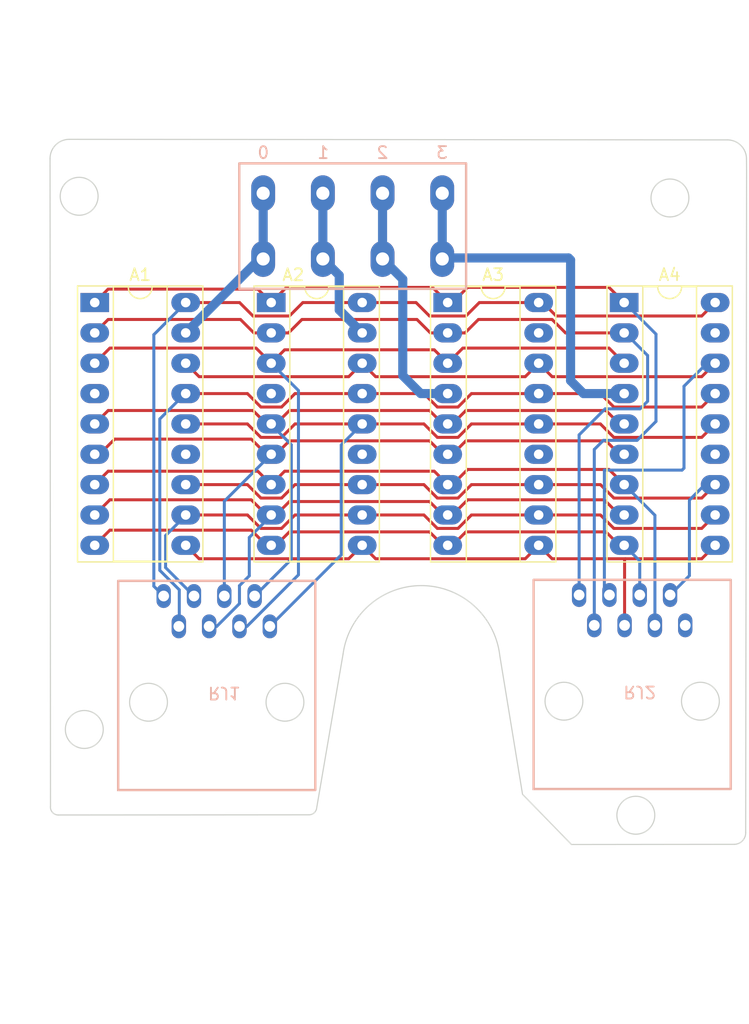
<source format=kicad_pcb>
(kicad_pcb (version 20211014) (generator pcbnew)
  (layers (0 "F.Cu" signal) (31 "B.Cu" signal) (34 "B.Paste" user) (35 "F.Paste" user) (36 "B.SilkS" user "B.Silkscreen") (37 "F.SilkS" user "F.Silkscreen") (38 "B.Mask" user) (39 "F.Mask" user) (44 "Edge.Cuts" user))
  (net 0 "")
  (net 1 "Net-(A1-Pad1)")
  (net 2 "Net-(A1-Pad2)")
  (net 3 "Net-(A1-Pad3)")
  (net 5 "Net-(A1-Pad5)")
  (net 13 "Net-(A1-Pad6)")
  (net 14 "Net-(A1-Pad7)")
  (net 15 "Net-(A1-Pad8)")
  (net 16 "Net-(A1-Pad9)")
  (net 17 "Net-(A1-Pad10)")
  (net 18 "Net-(A1-Pad11)")
  (net 19 "Net-(A1-Pad12)")
  (net 20 "Net-(A1-Pad14)")
  (net 21 "Net-(A1-Pad15)")
  (net 22 "Net-(A1-Pad16)")
  (net 23 "Net-(A1-Pad17)")
  (net 24 "Net-(A1-Pad18)")
  (net 25 "Net-(A2-Pad17)")
  (net 26 "Net-(A3-Pad4)")
  (net 27 "Net-(A4-Pad4)")
  (footprint "Package_DIP:DIP-18_W7.62mm_Socket_LongPads" (layer "F.Cu") (at 103.4796 127)
    (fp_text reference "A2" (at 1.851003 -2.321151) (layer "F.SilkS"))
    (fp_text value "Conn_02x09_Counter_Clockwise" hide)
    (fp_line (start 9.06 21.71) (end 9.06 -1.39) (layer "F.SilkS") (width 0.12))
    (fp_line (start 1.56 21.65) (end 6.06 21.65) (layer "F.SilkS") (width 0.12))
    (fp_line (start 6.06 -1.33) (end 4.81 -1.33) (layer "F.SilkS") (width 0.12))
    (fp_line (start 1.56 -1.33) (end 1.56 21.65) (layer "F.SilkS") (width 0.12))
    (fp_line (start 9.06 -1.39) (end -1.44 -1.39) (layer "F.SilkS") (width 0.12))
    (fp_line (start -1.44 21.71) (end 9.06 21.71) (layer "F.SilkS") (width 0.12))
    (fp_line (start 2.81 -1.33) (end 1.56 -1.33) (layer "F.SilkS") (width 0.12))
    (fp_line (start -1.44 -1.39) (end -1.44 21.71) (layer "F.SilkS") (width 0.12))
    (fp_line (start 6.06 21.65) (end 6.06 -1.33) (layer "F.SilkS") (width 0.12))
    (fp_arc (start 4.81 -1.33) (mid 3.81 -0.33) (end 2.81 -1.33) (layer "F.SilkS") (width 0.12))
    (pad "1" thru_hole rect (at 0 0) (size 2.4 1.6) (drill 0.8) (layers *.Cu *.Mask) (net 1 "Net-(A1-Pad1)"))
    (pad "2" thru_hole oval (at 0 2.54) (size 2.4 1.6) (drill 0.8) (layers *.Cu *.Mask) (net 2 "Net-(A1-Pad2)"))
    (pad "3" thru_hole oval (at 0 5.08) (size 2.4 1.6) (drill 0.8) (layers *.Cu *.Mask) (net 3 "Net-(A1-Pad3)"))
    (pad "4" thru_hole oval (at 0 7.62) (size 2.4 1.6) (drill 0.8) (layers *.Cu *.Mask))
    (pad "5" thru_hole oval (at 0 10.16) (size 2.4 1.6) (drill 0.8) (layers *.Cu *.Mask) (net 5 "Net-(A1-Pad5)"))
    (pad "6" thru_hole oval (at 0 12.7) (size 2.4 1.6) (drill 0.8) (layers *.Cu *.Mask) (net 13 "Net-(A1-Pad6)"))
    (pad "7" thru_hole oval (at 0 15.24) (size 2.4 1.6) (drill 0.8) (layers *.Cu *.Mask) (net 14 "Net-(A1-Pad7)"))
    (pad "8" thru_hole oval (at 0 17.78) (size 2.4 1.6) (drill 0.8) (layers *.Cu *.Mask) (net 15 "Net-(A1-Pad8)"))
    (pad "9" thru_hole oval (at 0 20.32) (size 2.4 1.6) (drill 0.8) (layers *.Cu *.Mask) (net 16 "Net-(A1-Pad9)"))
    (pad "10" thru_hole oval (at 7.62 20.32) (size 2.4 1.6) (drill 0.8) (layers *.Cu *.Mask) (net 17 "Net-(A1-Pad10)"))
    (pad "11" thru_hole oval (at 7.62 17.78) (size 2.4 1.6) (drill 0.8) (layers *.Cu *.Mask) (net 18 "Net-(A1-Pad11)"))
    (pad "12" thru_hole oval (at 7.62 15.24) (size 2.4 1.6) (drill 0.8) (layers *.Cu *.Mask) (net 19 "Net-(A1-Pad12)"))
    (pad "13" thru_hole oval (at 7.62 12.7) (size 2.4 1.6) (drill 0.8) (layers *.Cu *.Mask))
    (pad "14" thru_hole oval (at 7.62 10.16) (size 2.4 1.6) (drill 0.8) (layers *.Cu *.Mask) (net 20 "Net-(A1-Pad14)"))
    (pad "15" thru_hole oval (at 7.62 7.62) (size 2.4 1.6) (drill 0.8) (layers *.Cu *.Mask) (net 21 "Net-(A1-Pad15)"))
    (pad "16" thru_hole oval (at 7.62 5.08) (size 2.4 1.6) (drill 0.8) (layers *.Cu *.Mask) (net 22 "Net-(A1-Pad16)"))
    (pad "17" thru_hole oval (at 7.62 2.54) (size 2.4 1.6) (drill 0.8) (layers *.Cu *.Mask) (net 25 "Net-(A2-Pad17)"))
    (pad "18" thru_hole oval (at 7.62 0) (size 2.4 1.6) (drill 0.8) (layers *.Cu *.Mask) (net 24 "Net-(A1-Pad18)"))
  )
  (footprint "Mine:keystone_mount" (layer "F.Cu") (at 134.020525 169.912676)
    (fp_text reference "REF**" hide)
    (fp_text value "keystone_mount" hide)
    (fp_circle (center 0 0) (end 1.5875 0) (layer "Edge.Cuts") (width 0.1) (fill none))
  )
  (footprint "Mine:keystone_mount" (layer "F.Cu") (at 136.877552 118.245146)
    (fp_text reference "REF**" hide)
    (fp_text value "keystone_mount" hide)
    (fp_circle (center 0 0) (end 1.5875 0) (layer "Edge.Cuts") (width 0.1) (fill none))
  )
  (footprint "Mine:keystone_mount" (layer "F.Cu") (at 87.823617 162.733642)
    (fp_text reference "REF**" hide)
    (fp_text value "keystone_mount" hide)
    (fp_circle (center 0 0) (end 1.5875 0) (layer "Edge.Cuts") (width 0.1) (fill none))
  )
  (footprint "Package_DIP:DIP-18_W7.62mm_Socket_LongPads" (layer "F.Cu") (at 118.2624 127)
    (fp_text reference "A3" (at 3.81 -2.33) (layer "F.SilkS"))
    (fp_text value "Conn_02x09_Counter_Clockwise" hide)
    (fp_line (start 2.81 -1.33) (end 1.56 -1.33) (layer "F.SilkS") (width 0.12))
    (fp_line (start 6.06 21.65) (end 6.06 -1.33) (layer "F.SilkS") (width 0.12))
    (fp_line (start -1.44 21.71) (end 9.06 21.71) (layer "F.SilkS") (width 0.12))
    (fp_line (start 6.06 -1.33) (end 4.81 -1.33) (layer "F.SilkS") (width 0.12))
    (fp_line (start 9.06 -1.39) (end -1.44 -1.39) (layer "F.SilkS") (width 0.12))
    (fp_line (start -1.44 -1.39) (end -1.44 21.71) (layer "F.SilkS") (width 0.12))
    (fp_line (start 9.06 21.71) (end 9.06 -1.39) (layer "F.SilkS") (width 0.12))
    (fp_line (start 1.56 21.65) (end 6.06 21.65) (layer "F.SilkS") (width 0.12))
    (fp_line (start 1.56 -1.33) (end 1.56 21.65) (layer "F.SilkS") (width 0.12))
    (fp_arc (start 4.81 -1.33) (mid 3.81 -0.33) (end 2.81 -1.33) (layer "F.SilkS") (width 0.12))
    (pad "1" thru_hole rect (at 0 0) (size 2.4 1.6) (drill 0.8) (layers *.Cu *.Mask) (net 1 "Net-(A1-Pad1)"))
    (pad "2" thru_hole oval (at 0 2.54) (size 2.4 1.6) (drill 0.8) (layers *.Cu *.Mask) (net 2 "Net-(A1-Pad2)"))
    (pad "3" thru_hole oval (at 0 5.08) (size 2.4 1.6) (drill 0.8) (layers *.Cu *.Mask) (net 3 "Net-(A1-Pad3)"))
    (pad "4" thru_hole oval (at 0 7.62) (size 2.4 1.6) (drill 0.8) (layers *.Cu *.Mask) (net 26 "Net-(A3-Pad4)"))
    (pad "5" thru_hole oval (at 0 10.16) (size 2.4 1.6) (drill 0.8) (layers *.Cu *.Mask) (net 5 "Net-(A1-Pad5)"))
    (pad "6" thru_hole oval (at 0 12.7) (size 2.4 1.6) (drill 0.8) (layers *.Cu *.Mask) (net 13 "Net-(A1-Pad6)"))
    (pad "7" thru_hole oval (at 0 15.24) (size 2.4 1.6) (drill 0.8) (layers *.Cu *.Mask) (net 14 "Net-(A1-Pad7)"))
    (pad "8" thru_hole oval (at 0 17.78) (size 2.4 1.6) (drill 0.8) (layers *.Cu *.Mask) (net 15 "Net-(A1-Pad8)"))
    (pad "9" thru_hole oval (at 0 20.32) (size 2.4 1.6) (drill 0.8) (layers *.Cu *.Mask) (net 16 "Net-(A1-Pad9)"))
    (pad "10" thru_hole oval (at 7.62 20.32) (size 2.4 1.6) (drill 0.8) (layers *.Cu *.Mask) (net 17 "Net-(A1-Pad10)"))
    (pad "11" thru_hole oval (at 7.62 17.78) (size 2.4 1.6) (drill 0.8) (layers *.Cu *.Mask) (net 18 "Net-(A1-Pad11)"))
    (pad "12" thru_hole oval (at 7.62 15.24) (size 2.4 1.6) (drill 0.8) (layers *.Cu *.Mask) (net 19 "Net-(A1-Pad12)"))
    (pad "13" thru_hole oval (at 7.62 12.7) (size 2.4 1.6) (drill 0.8) (layers *.Cu *.Mask))
    (pad "14" thru_hole oval (at 7.62 10.16) (size 2.4 1.6) (drill 0.8) (layers *.Cu *.Mask) (net 20 "Net-(A1-Pad14)"))
    (pad "15" thru_hole oval (at 7.62 7.62) (size 2.4 1.6) (drill 0.8) (layers *.Cu *.Mask) (net 21 "Net-(A1-Pad15)"))
    (pad "16" thru_hole oval (at 7.62 5.08) (size 2.4 1.6) (drill 0.8) (layers *.Cu *.Mask) (net 22 "Net-(A1-Pad16)"))
    (pad "17" thru_hole oval (at 7.62 2.54) (size 2.4 1.6) (drill 0.8) (layers *.Cu *.Mask))
    (pad "18" thru_hole oval (at 7.62 0) (size 2.4 1.6) (drill 0.8) (layers *.Cu *.Mask) (net 24 "Net-(A1-Pad18)"))
  )
  (footprint "Mine:keystone_mount" (layer "F.Cu") (at 87.391365 118.103981)
    (fp_text reference "REF**" hide)
    (fp_text value "keystone_mount" hide)
    (fp_circle (center 0 0) (end 1.5875 0) (layer "Edge.Cuts") (width 0.1) (fill none))
  )
  (footprint "Package_DIP:DIP-18_W7.62mm_Socket_LongPads" (layer "F.Cu") (at 88.6968 127)
    (fp_text reference "A1" (at 3.81 -2.33) (layer "F.SilkS"))
    (fp_text value "Conn_02x09_Counter_Clockwise" hide)
    (fp_line (start 1.56 21.65) (end 6.06 21.65) (layer "F.SilkS") (width 0.12))
    (fp_line (start -1.44 21.71) (end 9.06 21.71) (layer "F.SilkS") (width 0.12))
    (fp_line (start 6.06 -1.33) (end 4.81 -1.33) (layer "F.SilkS") (width 0.12))
    (fp_line (start -1.44 -1.39) (end -1.44 21.71) (layer "F.SilkS") (width 0.12))
    (fp_line (start 9.06 -1.39) (end -1.44 -1.39) (layer "F.SilkS") (width 0.12))
    (fp_line (start 9.06 21.71) (end 9.06 -1.39) (layer "F.SilkS") (width 0.12))
    (fp_line (start 1.56 -1.33) (end 1.56 21.65) (layer "F.SilkS") (width 0.12))
    (fp_line (start 2.81 -1.33) (end 1.56 -1.33) (layer "F.SilkS") (width 0.12))
    (fp_line (start 6.06 21.65) (end 6.06 -1.33) (layer "F.SilkS") (width 0.12))
    (fp_arc (start 4.81 -1.33) (mid 3.81 -0.33) (end 2.81 -1.33) (layer "F.SilkS") (width 0.12))
    (pad "1" thru_hole rect (at 0 0) (size 2.4 1.6) (drill 0.8) (layers *.Cu *.Mask) (net 1 "Net-(A1-Pad1)"))
    (pad "2" thru_hole oval (at 0 2.54) (size 2.4 1.6) (drill 0.8) (layers *.Cu *.Mask) (net 2 "Net-(A1-Pad2)"))
    (pad "3" thru_hole oval (at 0 5.08) (size 2.4 1.6) (drill 0.8) (layers *.Cu *.Mask) (net 3 "Net-(A1-Pad3)"))
    (pad "4" thru_hole oval (at 0 7.62) (size 2.4 1.6) (drill 0.8) (layers *.Cu *.Mask))
    (pad "5" thru_hole oval (at 0 10.16) (size 2.4 1.6) (drill 0.8) (layers *.Cu *.Mask) (net 5 "Net-(A1-Pad5)"))
    (pad "6" thru_hole oval (at 0 12.7) (size 2.4 1.6) (drill 0.8) (layers *.Cu *.Mask) (net 13 "Net-(A1-Pad6)"))
    (pad "7" thru_hole oval (at 0 15.24) (size 2.4 1.6) (drill 0.8) (layers *.Cu *.Mask) (net 14 "Net-(A1-Pad7)"))
    (pad "8" thru_hole oval (at 0 17.78) (size 2.4 1.6) (drill 0.8) (layers *.Cu *.Mask) (net 15 "Net-(A1-Pad8)"))
    (pad "9" thru_hole oval (at 0 20.32) (size 2.4 1.6) (drill 0.8) (layers *.Cu *.Mask) (net 16 "Net-(A1-Pad9)"))
    (pad "10" thru_hole oval (at 7.62 20.32) (size 2.4 1.6) (drill 0.8) (layers *.Cu *.Mask) (net 17 "Net-(A1-Pad10)"))
    (pad "11" thru_hole oval (at 7.62 17.78) (size 2.4 1.6) (drill 0.8) (layers *.Cu *.Mask) (net 18 "Net-(A1-Pad11)"))
    (pad "12" thru_hole oval (at 7.62 15.24) (size 2.4 1.6) (drill 0.8) (layers *.Cu *.Mask) (net 19 "Net-(A1-Pad12)"))
    (pad "13" thru_hole oval (at 7.62 12.7) (size 2.4 1.6) (drill 0.8) (layers *.Cu *.Mask))
    (pad "14" thru_hole oval (at 7.62 10.16) (size 2.4 1.6) (drill 0.8) (layers *.Cu *.Mask) (net 20 "Net-(A1-Pad14)"))
    (pad "15" thru_hole oval (at 7.62 7.62) (size 2.4 1.6) (drill 0.8) (layers *.Cu *.Mask) (net 21 "Net-(A1-Pad15)"))
    (pad "16" thru_hole oval (at 7.62 5.08) (size 2.4 1.6) (drill 0.8) (layers *.Cu *.Mask) (net 22 "Net-(A1-Pad16)"))
    (pad "17" thru_hole oval (at 7.62 2.54) (size 2.4 1.6) (drill 0.8) (layers *.Cu *.Mask) (net 23 "Net-(A1-Pad17)"))
    (pad "18" thru_hole oval (at 7.62 0) (size 2.4 1.6) (drill 0.8) (layers *.Cu *.Mask) (net 24 "Net-(A1-Pad18)"))
  )
  (footprint "Package_DIP:DIP-18_W7.62mm_Socket_LongPads" (layer "F.Cu") (at 133.0452 127)
    (fp_text reference "A4" (at 3.81 -2.33) (layer "F.SilkS"))
    (fp_text value "Conn_02x09_Counter_Clockwise" hide)
    (fp_line (start 9.06 21.71) (end 9.06 -1.39) (layer "F.SilkS") (width 0.12))
    (fp_line (start 6.06 -1.33) (end 4.81 -1.33) (layer "F.SilkS") (width 0.12))
    (fp_line (start 2.81 -1.33) (end 1.56 -1.33) (layer "F.SilkS") (width 0.12))
    (fp_line (start 6.06 21.65) (end 6.06 -1.33) (layer "F.SilkS") (width 0.12))
    (fp_line (start 1.56 -1.33) (end 1.56 21.65) (layer "F.SilkS") (width 0.12))
    (fp_line (start -1.44 21.71) (end 9.06 21.71) (layer "F.SilkS") (width 0.12))
    (fp_line (start 1.56 21.65) (end 6.06 21.65) (layer "F.SilkS") (width 0.12))
    (fp_line (start 9.06 -1.39) (end -1.44 -1.39) (layer "F.SilkS") (width 0.12))
    (fp_line (start -1.44 -1.39) (end -1.44 21.71) (layer "F.SilkS") (width 0.12))
    (fp_arc (start 4.81 -1.33) (mid 3.81 -0.33) (end 2.81 -1.33) (layer "F.SilkS") (width 0.12))
    (pad "1" thru_hole rect (at 0 0) (size 2.4 1.6) (drill 0.8) (layers *.Cu *.Mask) (net 1 "Net-(A1-Pad1)"))
    (pad "2" thru_hole oval (at 0 2.54) (size 2.4 1.6) (drill 0.8) (layers *.Cu *.Mask) (net 2 "Net-(A1-Pad2)"))
    (pad "3" thru_hole oval (at 0 5.08) (size 2.4 1.6) (drill 0.8) (layers *.Cu *.Mask) (net 3 "Net-(A1-Pad3)"))
    (pad "4" thru_hole oval (at 0 7.62) (size 2.4 1.6) (drill 0.8) (layers *.Cu *.Mask) (net 27 "Net-(A4-Pad4)"))
    (pad "5" thru_hole oval (at 0 10.16) (size 2.4 1.6) (drill 0.8) (layers *.Cu *.Mask) (net 5 "Net-(A1-Pad5)"))
    (pad "6" thru_hole oval (at 0 12.7) (size 2.4 1.6) (drill 0.8) (layers *.Cu *.Mask) (net 13 "Net-(A1-Pad6)"))
    (pad "7" thru_hole oval (at 0 15.24) (size 2.4 1.6) (drill 0.8) (layers *.Cu *.Mask) (net 14 "Net-(A1-Pad7)"))
    (pad "8" thru_hole oval (at 0 17.78) (size 2.4 1.6) (drill 0.8) (layers *.Cu *.Mask) (net 15 "Net-(A1-Pad8)"))
    (pad "9" thru_hole oval (at 0 20.32) (size 2.4 1.6) (drill 0.8) (layers *.Cu *.Mask) (net 16 "Net-(A1-Pad9)"))
    (pad "10" thru_hole oval (at 7.62 20.32) (size 2.4 1.6) (drill 0.8) (layers *.Cu *.Mask) (net 17 "Net-(A1-Pad10)"))
    (pad "11" thru_hole oval (at 7.62 17.78) (size 2.4 1.6) (drill 0.8) (layers *.Cu *.Mask) (net 18 "Net-(A1-Pad11)"))
    (pad "12" thru_hole oval (at 7.62 15.24) (size 2.4 1.6) (drill 0.8) (layers *.Cu *.Mask) (net 19 "Net-(A1-Pad12)"))
    (pad "13" thru_hole oval (at 7.62 12.7) (size 2.4 1.6) (drill 0.8) (layers *.Cu *.Mask))
    (pad "14" thru_hole oval (at 7.62 10.16) (size 2.4 1.6) (drill 0.8) (layers *.Cu *.Mask) (net 20 "Net-(A1-Pad14)"))
    (pad "15" thru_hole oval (at 7.62 7.62) (size 2.4 1.6) (drill 0.8) (layers *.Cu *.Mask) (net 21 "Net-(A1-Pad15)"))
    (pad "16" thru_hole oval (at 7.62 5.08) (size 2.4 1.6) (drill 0.8) (layers *.Cu *.Mask) (net 22 "Net-(A1-Pad16)"))
    (pad "17" thru_hole oval (at 7.62 2.54) (size 2.4 1.6) (drill 0.8) (layers *.Cu *.Mask))
    (pad "18" thru_hole oval (at 7.62 0) (size 2.4 1.6) (drill 0.8) (layers *.Cu *.Mask) (net 24 "Net-(A1-Pad18)"))
  )
  (footprint "Mine:Wurth-8P8C-Vertical" (layer "B.Cu") (at 134.349977 159.098432)
    (fp_text reference "RJ2" (at 0 0.5 180 unlocked) (layer "B.SilkS") (effects (justify mirror)))
    (fp_text value "8P8C")
    (fp_rect (start -8.89 8.62) (end 7.62 -8.89) (layer "B.SilkS") (width 0.2) (fill none))
    (fp_circle (center 5.08 1.27) (end 6.665 1.27) (layer "Edge.Cuts") (width 0.1) (fill none))
    (fp_circle (center -6.35 1.27) (end -4.765 1.27) (layer "Edge.Cuts") (width 0.1) (fill none))
    (pad "1" thru_hole oval (at -5.08 -7.62) (size 1.2 2) (drill 0.9) (layers *.Cu *.Mask) (net 2 "Net-(A1-Pad2)"))
    (pad "2" thru_hole oval (at -3.81 -5.08) (size 1.2 2) (drill 0.9) (layers *.Cu *.Mask) (net 1 "Net-(A1-Pad1)"))
    (pad "3" thru_hole oval (at -2.54 -7.62) (size 1.2 2) (drill 0.9) (layers *.Cu *.Mask) (net 22 "Net-(A1-Pad16)"))
    (pad "4" thru_hole oval (at -1.27 -5.08) (size 1.2 2) (drill 0.9) (layers *.Cu *.Mask) (net 17 "Net-(A1-Pad10)"))
    (pad "5" thru_hole oval (at 0 -7.62) (size 1.2 2) (drill 0.9) (layers *.Cu *.Mask) (net 16 "Net-(A1-Pad9)"))
    (pad "6" thru_hole oval (at 1.27 -5.08) (size 1.2 2) (drill 0.9) (layers *.Cu *.Mask) (net 14 "Net-(A1-Pad7)"))
    (pad "7" thru_hole oval (at 2.54 -7.62) (size 1.2 2) (drill 0.9) (layers *.Cu *.Mask) (net 19 "Net-(A1-Pad12)"))
    (pad "8" thru_hole oval (at 3.81 -5.08) (size 1.2 2) (drill 0.9) (layers *.Cu *.Mask))
  )
  (footprint "Mine:Wurth-8P8C-Vertical" (layer "B.Cu") (at 99.551732 159.184334)
    (fp_text reference "RJ1" (at 0 0.5 180 unlocked) (layer "B.SilkS") (effects (justify mirror)))
    (fp_text value "8P8C")
    (fp_rect (start -8.89 8.62) (end 7.62 -8.89) (layer "B.SilkS") (width 0.2) (fill none))
    (fp_circle (center 5.08 1.27) (end 6.665 1.27) (layer "Edge.Cuts") (width 0.1) (fill none))
    (fp_circle (center -6.35 1.27) (end -4.765 1.27) (layer "Edge.Cuts") (width 0.1) (fill none))
    (pad "1" thru_hole oval (at -5.08 -7.62) (size 1.2 2) (drill 0.9) (layers *.Cu *.Mask) (net 24 "Net-(A1-Pad18)"))
    (pad "2" thru_hole oval (at -3.81 -5.08) (size 1.2 2) (drill 0.9) (layers *.Cu *.Mask) (net 21 "Net-(A1-Pad15)"))
    (pad "3" thru_hole oval (at -2.54 -7.62) (size 1.2 2) (drill 0.9) (layers *.Cu *.Mask) (net 18 "Net-(A1-Pad11)"))
    (pad "4" thru_hole oval (at -1.27 -5.08) (size 1.2 2) (drill 0.9) (layers *.Cu *.Mask) (net 15 "Net-(A1-Pad8)"))
    (pad "5" thru_hole oval (at 0 -7.62) (size 1.2 2) (drill 0.9) (layers *.Cu *.Mask) (net 13 "Net-(A1-Pad6)"))
    (pad "6" thru_hole oval (at 1.27 -5.08) (size 1.2 2) (drill 0.9) (layers *.Cu *.Mask) (net 3 "Net-(A1-Pad3)"))
    (pad "7" thru_hole oval (at 2.54 -7.62) (size 1.2 2) (drill 0.9) (layers *.Cu *.Mask) (net 5 "Net-(A1-Pad5)"))
    (pad "8" thru_hole oval (at 3.81 -5.08) (size 1.2 2) (drill 0.9) (layers *.Cu *.Mask) (net 20 "Net-(A1-Pad14)"))
  )
  (footprint "Mine:Weidmuller-4-vertical-2" (layer "B.Cu") (at 112.805516 112.349708)
    (fp_text reference "M1" hide)
    (fp_text value "Conn_02x04_Counter_Clockwise" hide)
    (fp_rect (start 7 13.5) (end -12 3) (layer "B.SilkS") (width 0.2) (fill none))
    (pad "1" thru_hole oval (at -10 5.5) (size 2 3) (drill 1.1) (layers *.Cu *.Mask) (net 23 "Net-(A1-Pad17)"))
    (pad "2" thru_hole oval (at -5 5.5) (size 2 3) (drill 1.1) (layers *.Cu *.Mask) (net 25 "Net-(A2-Pad17)"))
    (pad "3" thru_hole oval (at 0 5.5) (size 2 3) (drill 1.1) (layers *.Cu *.Mask) (net 26 "Net-(A3-Pad4)"))
    (pad "4" thru_hole oval (at 5 5.5) (size 2 3) (drill 1.1) (layers *.Cu *.Mask) (net 27 "Net-(A4-Pad4)"))
    (pad "5" thru_hole oval (at 5 11) (size 2 3) (drill 1.1) (layers *.Cu *.Mask) (net 27 "Net-(A4-Pad4)"))
    (pad "6" thru_hole oval (at 0 11) (size 2 3) (drill 1.1) (layers *.Cu *.Mask) (net 26 "Net-(A3-Pad4)"))
    (pad "7" thru_hole oval (at -5 11) (size 2 3) (drill 1.1) (layers *.Cu *.Mask) (net 25 "Net-(A2-Pad17)"))
    (pad "8" thru_hole oval (at -10 11) (size 2 3) (drill 1.1) (layers *.Cu *.Mask) (net 23 "Net-(A1-Pad17)"))
  )
  (gr_line (start 109.499938 156.410145) (end 107.272569 169.391754) (layer "Edge.Cuts") (width 0.1))
  (gr_arc (start 84.954533 114.945166) (mid 85.430541 113.803009) (end 86.576794 113.33695) (layer "Edge.Cuts") (width 0.1))
  (gr_arc (start 107.272569 169.391754) (mid 107.031281 169.750641) (end 106.617984 169.878472) (layer "Edge.Cuts") (width 0.1))
  (gr_arc (start 141.711629 113.384638) (mid 142.828714 113.857939) (end 143.289977 114.980049) (layer "Edge.Cuts") (width 0.1))
  (gr_line (start 84.992434 169.154358) (end 84.954533 114.945166) (layer "Edge.Cuts") (width 0.1))
  (gr_line (start 122.626194 156.552435) (end 124.53106 168.159615) (layer "Edge.Cuts") (width 0.1))
  (gr_line (start 124.53106 168.159615) (end 128.631094 172.362578) (layer "Edge.Cuts") (width 0.1))
  (gr_line (start 141.711629 113.384638) (end 86.576794 113.33695) (layer "Edge.Cuts") (width 0.1))
  (gr_arc (start 85.638799 169.893631) (mid 85.152281 169.670453) (end 84.992434 169.154358) (layer "Edge.Cuts") (width 0.1))
  (gr_arc (start 109.499938 156.410145) (mid 116.124072 150.692578) (end 122.626194 156.552435) (layer "Edge.Cuts") (width 0.1))
  (gr_line (start 143.299119 115.887197) (end 143.222455 171.360617) (layer "Edge.Cuts") (width 0.1))
  (gr_line (start 106.617984 169.878472) (end 85.638799 169.893631) (layer "Edge.Cuts") (width 0.1))
  (gr_line (start 142.275502 172.348742) (end 128.631094 172.362578) (layer "Edge.Cuts") (width 0.1))
  (gr_line (start 143.299119 115.887197) (end 143.289977 114.980049) (layer "Edge.Cuts") (width 0.1))
  (gr_arc (start 143.222455 171.360617) (mid 142.953626 172.0508) (end 142.275502 172.348742) (layer "Edge.Cuts") (width 0.1))
  (gr_text "0" (at 102.816218 114.453448) (layer "B.SilkS") (effects (font (size 1 1)) (justify mirror)))
  (gr_text "3" (at 117.786316 114.453448) (layer "B.SilkS") (effects (font (size 1 1)) (justify mirror)))
  (gr_text "2" (at 112.796283 114.453448) (layer "B.SilkS") (effects (font (size 1 1)) (justify mirror)))
  (gr_text "1" (at 107.830954 114.453448) (layer "B.SilkS") (effects (font (size 1 1)) (justify mirror)))
  (segment (start 88.6968 127) (end 89.8218 125.875) (width 0.25) (layer "F.Cu") (net 1))
  (segment (start 104.7496 125.73) (end 116.9924 125.73) (width 0.25) (layer "F.Cu") (net 1))
  (segment (start 131.7752 125.73) (end 133.0452 127) (width 0.25) (layer "F.Cu") (net 1))
  (segment (start 119.9324 125.73) (end 131.7752 125.73) (width 0.25) (layer "F.Cu") (net 1))
  (segment (start 103.4796 127) (end 104.7496 125.73) (width 0.25) (layer "F.Cu") (net 1))
  (segment (start 118.6624 127) (end 119.9324 125.73) (width 0.25) (layer "F.Cu") (net 1))
  (segment (start 116.9924 125.73) (end 118.2624 127) (width 0.25) (layer "F.Cu") (net 1))
  (segment (start 89.8218 125.875) (end 102.3546 125.875) (width 0.25) (layer "F.Cu") (net 1))
  (segment (start 118.2624 127) (end 118.6624 127) (width 0.25) (layer "F.Cu") (net 1))
  (segment (start 102.3546 125.875) (end 103.4796 127) (width 0.25) (layer "F.Cu") (net 1))
  (segment (start 130.539977 139.297134) (end 130.539977 154.018432) (width 0.25) (layer "B.Cu") (net 1))
  (segment (start 134.123959 138.533426) (end 131.303685 138.533426) (width 0.25) (layer "B.Cu") (net 1))
  (segment (start 131.303685 138.533426) (end 130.539977 139.297134) (width 0.25) (layer "B.Cu") (net 1))
  (segment (start 133.068778 127) (end 135.709077 129.640299) (width 0.25) (layer "B.Cu") (net 1))
  (segment (start 133.0452 127) (end 133.068778 127) (width 0.25) (layer "B.Cu") (net 1))
  (segment (start 135.709077 129.640299) (end 135.709077 136.948308) (width 0.25) (layer "B.Cu") (net 1))
  (segment (start 135.709077 136.948308) (end 134.123959 138.533426) (width 0.25) (layer "B.Cu") (net 1))
  (segment (start 118.2624 129.54) (end 119.7124 129.54) (width 0.25) (layer "F.Cu") (net 2))
  (segment (start 100.9046 128.415) (end 102.0296 129.54) (width 0.25) (layer "F.Cu") (net 2))
  (segment (start 104.9296 129.54) (end 106.0546 128.415) (width 0.25) (layer "F.Cu") (net 2))
  (segment (start 127.006002 128.415) (end 128.131002 129.54) (width 0.25) (layer "F.Cu") (net 2))
  (segment (start 102.0296 129.54) (end 103.4796 129.54) (width 0.25) (layer "F.Cu") (net 2))
  (segment (start 128.131002 129.54) (end 133.0452 129.54) (width 0.25) (layer "F.Cu") (net 2))
  (segment (start 116.8124 129.54) (end 118.2624 129.54) (width 0.25) (layer "F.Cu") (net 2))
  (segment (start 120.8374 128.415) (end 127.006002 128.415) (width 0.25) (layer "F.Cu") (net 2))
  (segment (start 115.6874 128.415) (end 116.8124 129.54) (width 0.25) (layer "F.Cu") (net 2))
  (segment (start 103.4796 129.54) (end 104.9296 129.54) (width 0.25) (layer "F.Cu") (net 2))
  (segment (start 106.0546 128.415) (end 115.6874 128.415) (width 0.25) (layer "F.Cu") (net 2))
  (segment (start 119.7124 129.54) (end 120.8374 128.415) (width 0.25) (layer "F.Cu") (net 2))
  (segment (start 88.6968 129.54) (end 89.8218 128.415) (width 0.25) (layer "F.Cu") (net 2))
  (segment (start 89.8218 128.415) (end 100.9046 128.415) (width 0.25) (layer "F.Cu") (net 2))
  (segment (start 133.117879 129.54) (end 135.009155 131.431276) (width 0.25) (layer "B.Cu") (net 2))
  (segment (start 134.370991 135.898425) (end 131.447787 135.898425) (width 0.25) (layer "B.Cu") (net 2))
  (segment (start 131.447787 135.898425) (end 129.269977 138.076235) (width 0.25) (layer "B.Cu") (net 2))
  (segment (start 129.269977 138.076235) (end 129.269977 151.478432) (width 0.25) (layer "B.Cu") (net 2))
  (segment (start 133.0452 129.54) (end 133.117879 129.54) (width 0.25) (layer "B.Cu") (net 2))
  (segment (start 135.009155 131.431276) (end 135.009155 135.260261) (width 0.25) (layer "B.Cu") (net 2))
  (segment (start 135.009155 135.260261) (end 134.370991 135.898425) (width 0.25) (layer "B.Cu") (net 2))
  (segment (start 104.6046 130.955) (end 117.1374 130.955) (width 0.25) (layer "F.Cu") (net 3))
  (segment (start 117.1374 130.955) (end 118.2624 132.08) (width 0.25) (layer "F.Cu") (net 3))
  (segment (start 131.7752 130.81) (end 133.0452 132.08) (width 0.25) (layer "F.Cu") (net 3))
  (segment (start 119.5324 130.81) (end 131.7752 130.81) (width 0.25) (layer "F.Cu") (net 3))
  (segment (start 102.2096 130.81) (end 103.4796 132.08) (width 0.25) (layer "F.Cu") (net 3))
  (segment (start 89.9668 130.81) (end 102.2096 130.81) (width 0.25) (layer "F.Cu") (net 3))
  (segment (start 103.4796 132.08) (end 104.6046 130.955) (width 0.25) (layer "F.Cu") (net 3))
  (segment (start 88.6968 132.08) (end 89.9668 130.81) (width 0.25) (layer "F.Cu") (net 3))
  (segment (start 118.2624 132.08) (end 119.5324 130.81) (width 0.25) (layer "F.Cu") (net 3))
  (segment (start 105.760767 134.361167) (end 105.760767 149.792533) (width 0.25) (layer "B.Cu") (net 3))
  (segment (start 101.448966 154.104334) (end 100.821732 154.104334) (width 0.25) (layer "B.Cu") (net 3))
  (segment (start 105.760767 149.792533) (end 101.448966 154.104334) (width 0.25) (layer "B.Cu") (net 3))
  (segment (start 103.4796 132.08) (end 105.760767 134.361167) (width 0.25) (layer "B.Cu") (net 3))
  (segment (start 105.0046 136.035) (end 116.7374 136.035) (width 0.25) (layer "F.Cu") (net 5))
  (segment (start 117.8624 137.16) (end 118.2624 137.16) (width 0.25) (layer "F.Cu") (net 5))
  (segment (start 101.9546 136.035) (end 103.0796 137.16) (width 0.25) (layer "F.Cu") (net 5))
  (segment (start 132.6452 137.16) (end 133.0452 137.16) (width 0.25) (layer "F.Cu") (net 5))
  (segment (start 131.5202 136.035) (end 132.6452 137.16) (width 0.25) (layer "F.Cu") (net 5))
  (segment (start 118.2624 137.16) (end 118.6624 137.16) (width 0.25) (layer "F.Cu") (net 5))
  (segment (start 116.7374 136.035) (end 117.8624 137.16) (width 0.25) (layer "F.Cu") (net 5))
  (segment (start 103.4796 137.16) (end 103.8796 137.16) (width 0.25) (layer "F.Cu") (net 5))
  (segment (start 89.8218 136.035) (end 101.9546 136.035) (width 0.25) (layer "F.Cu") (net 5))
  (segment (start 88.6968 137.16) (end 89.8218 136.035) (width 0.25) (layer "F.Cu") (net 5))
  (segment (start 103.0796 137.16) (end 103.4796 137.16) (width 0.25) (layer "F.Cu") (net 5))
  (segment (start 119.7874 136.035) (end 131.5202 136.035) (width 0.25) (layer "F.Cu") (net 5))
  (segment (start 118.6624 137.16) (end 119.7874 136.035) (width 0.25) (layer "F.Cu") (net 5))
  (segment (start 103.8796 137.16) (end 105.0046 136.035) (width 0.25) (layer "F.Cu") (net 5))
  (segment (start 105.163775 148.492291) (end 102.091732 151.564334) (width 0.25) (layer "B.Cu") (net 5))
  (segment (start 103.4796 137.218393) (end 105.163775 138.902568) (width 0.25) (layer "B.Cu") (net 5))
  (segment (start 103.4796 137.16) (end 103.4796 137.218393) (width 0.25) (layer "B.Cu") (net 5))
  (segment (start 105.163775 138.902568) (end 105.163775 148.492291) (width 0.25) (layer "B.Cu") (net 5))
  (segment (start 103.0796 139.7) (end 103.4796 139.7) (width 0.25) (layer "F.Cu") (net 13))
  (segment (start 105.0046 138.575) (end 116.7374 138.575) (width 0.25) (layer "F.Cu") (net 13))
  (segment (start 118.6624 139.7) (end 119.7874 138.575) (width 0.25) (layer "F.Cu") (net 13))
  (segment (start 132.6452 139.7) (end 133.0452 139.7) (width 0.25) (layer "F.Cu") (net 13))
  (segment (start 116.7374 138.575) (end 117.8624 139.7) (width 0.25) (layer "F.Cu") (net 13))
  (segment (start 88.6968 139.7) (end 89.0968 139.7) (width 0.25) (layer "F.Cu") (net 13))
  (segment (start 101.8096 138.43) (end 103.0796 139.7) (width 0.25) (layer "F.Cu") (net 13))
  (segment (start 117.8624 139.7) (end 118.2624 139.7) (width 0.25) (layer "F.Cu") (net 13))
  (segment (start 131.5202 138.575) (end 132.6452 139.7) (width 0.25) (layer "F.Cu") (net 13))
  (segment (start 89.0968 139.7) (end 90.3668 138.43) (width 0.25) (layer "F.Cu") (net 13))
  (segment (start 103.4796 139.7) (end 103.8796 139.7) (width 0.25) (layer "F.Cu") (net 13))
  (segment (start 118.2624 139.7) (end 118.6624 139.7) (width 0.25) (layer "F.Cu") (net 13))
  (segment (start 119.7874 138.575) (end 131.5202 138.575) (width 0.25) (layer "F.Cu") (net 13))
  (segment (start 103.8796 139.7) (end 105.0046 138.575) (width 0.25) (layer "F.Cu") (net 13))
  (segment (start 90.3668 138.43) (end 101.8096 138.43) (width 0.25) (layer "F.Cu") (net 13))
  (segment (start 99.551732 143.629415) (end 99.551732 151.564334) (width 0.25) (layer "B.Cu") (net 13))
  (segment (start 103.4796 139.701547) (end 99.551732 143.629415) (width 0.25) (layer "B.Cu") (net 13))
  (segment (start 103.4796 139.7) (end 103.4796 139.701547) (width 0.25) (layer "B.Cu") (net 13))
  (segment (start 118.6624 142.24) (end 119.9324 140.97) (width 0.25) (layer "F.Cu") (net 14))
  (segment (start 88.6968 142.24) (end 89.8218 141.115) (width 0.25) (layer "F.Cu") (net 14))
  (segment (start 104.6046 141.115) (end 117.1374 141.115) (width 0.25) (layer "F.Cu") (net 14))
  (segment (start 117.1374 141.115) (end 118.2624 142.24) (width 0.25) (layer "F.Cu") (net 14))
  (segment (start 131.7752 140.97) (end 133.0452 142.24) (width 0.25) (layer "F.Cu") (net 14))
  (segment (start 102.3546 141.115) (end 103.4796 142.24) (width 0.25) (layer "F.Cu") (net 14))
  (segment (start 89.8218 141.115) (end 102.3546 141.115) (width 0.25) (layer "F.Cu") (net 14))
  (segment (start 103.4796 142.24) (end 104.6046 141.115) (width 0.25) (layer "F.Cu") (net 14))
  (segment (start 119.9324 140.97) (end 131.7752 140.97) (width 0.25) (layer "F.Cu") (net 14))
  (segment (start 118.2624 142.24) (end 118.6624 142.24) (width 0.25) (layer "F.Cu") (net 14))
  (segment (start 133.0452 142.24) (end 133.054594 142.24) (width 0.25) (layer "B.Cu") (net 14))
  (segment (start 135.619977 144.805383) (end 135.619977 154.018432) (width 0.25) (layer "B.Cu") (net 14))
  (segment (start 133.054594 142.24) (end 135.619977 144.805383) (width 0.25) (layer "B.Cu") (net 14))
  (segment (start 103.4796 144.78) (end 103.8796 144.78) (width 0.25) (layer "F.Cu") (net 15))
  (segment (start 132.6452 144.78) (end 133.0452 144.78) (width 0.25) (layer "F.Cu") (net 15))
  (segment (start 117.8624 144.78) (end 118.2624 144.78) (width 0.25) (layer "F.Cu") (net 15))
  (segment (start 118.2624 144.78) (end 118.6624 144.78) (width 0.25) (layer "F.Cu") (net 15))
  (segment (start 118.6624 144.78) (end 119.9324 143.51) (width 0.25) (layer "F.Cu") (net 15))
  (segment (start 103.0796 144.78) (end 103.4796 144.78) (width 0.25) (layer "F.Cu") (net 15))
  (segment (start 105.0046 143.655) (end 116.7374 143.655) (width 0.25) (layer "F.Cu") (net 15))
  (segment (start 131.3752 143.51) (end 132.6452 144.78) (width 0.25) (layer "F.Cu") (net 15))
  (segment (start 116.7374 143.655) (end 117.8624 144.78) (width 0.25) (layer "F.Cu") (net 15))
  (segment (start 89.9668 143.51) (end 101.8096 143.51) (width 0.25) (layer "F.Cu") (net 15))
  (segment (start 103.8796 144.78) (end 105.0046 143.655) (width 0.25) (layer "F.Cu") (net 15))
  (segment (start 101.8096 143.51) (end 103.0796 144.78) (width 0.25) (layer "F.Cu") (net 15))
  (segment (start 119.9324 143.51) (end 131.3752 143.51) (width 0.25) (layer "F.Cu") (net 15))
  (segment (start 88.6968 144.78) (end 89.9668 143.51) (width 0.25) (layer "F.Cu") (net 15))
  (segment (start 103.4796 144.827448) (end 101.643578 146.66347) (width 0.25) (layer "B.Cu") (net 15))
  (segment (start 100.820141 152.201088) (end 98.916895 154.104334) (width 0.25) (layer "B.Cu") (net 15))
  (segment (start 100.820141 150.698314) (end 100.820141 152.201088) (width 0.25) (layer "B.Cu") (net 15))
  (segment (start 98.916895 154.104334) (end 98.281732 154.104334) (width 0.25) (layer "B.Cu") (net 15))
  (segment (start 101.643578 149.874877) (end 100.820141 150.698314) (width 0.25) (layer "B.Cu") (net 15))
  (segment (start 101.643578 146.66347) (end 101.643578 149.874877) (width 0.25) (layer "B.Cu") (net 15))
  (segment (start 103.4796 144.78) (end 103.4796 144.827448) (width 0.25) (layer "B.Cu") (net 15))
  (segment (start 88.6968 147.32) (end 89.9668 146.05) (width 0.25) (layer "F.Cu") (net 16))
  (segment (start 117.8624 147.32) (end 118.2624 147.32) (width 0.25) (layer "F.Cu") (net 16))
  (segment (start 89.9668 146.05) (end 101.8096 146.05) (width 0.25) (layer "F.Cu") (net 16))
  (segment (start 131.5202 146.195) (end 132.6452 147.32) (width 0.25) (layer "F.Cu") (net 16))
  (segment (start 118.6624 147.32) (end 119.7874 146.195) (width 0.25) (layer "F.Cu") (net 16))
  (segment (start 116.7374 146.195) (end 117.8624 147.32) (width 0.25) (layer "F.Cu") (net 16))
  (segment (start 103.0796 147.32) (end 103.4796 147.32) (width 0.25) (layer "F.Cu") (net 16))
  (segment (start 118.2624 147.32) (end 118.6624 147.32) (width 0.25) (layer "F.Cu") (net 16))
  (segment (start 103.8796 147.32) (end 105.0046 146.195) (width 0.25) (layer "F.Cu") (net 16))
  (segment (start 101.8096 146.05) (end 103.0796 147.32) (width 0.25) (layer "F.Cu") (net 16))
  (segment (start 119.7874 146.195) (end 131.5202 146.195) (width 0.25) (layer "F.Cu") (net 16))
  (segment (start 132.6452 147.32) (end 133.0452 147.32) (width 0.25) (layer "F.Cu") (net 16))
  (segment (start 105.0046 146.195) (end 116.7374 146.195) (width 0.25) (layer "F.Cu") (net 16))
  (segment (start 103.4796 147.32) (end 103.8796 147.32) (width 0.25) (layer "F.Cu") (net 16))
  (segment (start 134.349977 148.624777) (end 134.349977 151.478432) (width 0.25) (layer "B.Cu") (net 16))
  (segment (start 133.0452 147.32) (end 134.349977 148.624777) (width 0.25) (layer "B.Cu") (net 16))
  (segment (start 133.079977 148.511708) (end 133.146685 148.445) (width 0.25) (layer "F.Cu") (net 17))
  (segment (start 109.9746 148.445) (end 111.0996 147.32) (width 0.25) (layer "F.Cu") (net 17))
  (segment (start 112.2246 148.445) (end 124.7574 148.445) (width 0.25) (layer "F.Cu") (net 17))
  (segment (start 125.8824 147.32) (end 127.0074 148.445) (width 0.25) (layer "F.Cu") (net 17))
  (segment (start 133.079977 154.018432) (end 133.079977 148.511708) (width 0.25) (layer "F.Cu") (net 17))
  (segment (start 124.7574 148.445) (end 125.8824 147.32) (width 0.25) (layer "F.Cu") (net 17))
  (segment (start 133.146685 148.445) (end 139.5402 148.445) (width 0.25) (layer "F.Cu") (net 17))
  (segment (start 139.5402 148.445) (end 140.6652 147.32) (width 0.25) (layer "F.Cu") (net 17))
  (segment (start 127.0074 148.445) (end 133.146685 148.445) (width 0.25) (layer "F.Cu") (net 17))
  (segment (start 97.4418 148.445) (end 109.9746 148.445) (width 0.25) (layer "F.Cu") (net 17))
  (segment (start 96.3168 147.32) (end 97.4418 148.445) (width 0.25) (layer "F.Cu") (net 17))
  (segment (start 111.0996 147.32) (end 112.2246 148.445) (width 0.25) (layer "F.Cu") (net 17))
  (segment (start 102.61361 145.905) (end 104.34559 145.905) (width 0.25) (layer "F.Cu") (net 18))
  (segment (start 119.12839 145.905) (end 120.25339 144.78) (width 0.25) (layer "F.Cu") (net 18))
  (segment (start 139.5402 145.905) (end 140.6652 144.78) (width 0.25) (layer "F.Cu") (net 18))
  (segment (start 96.3168 144.78) (end 101.48861 144.78) (width 0.25) (layer "F.Cu") (net 18))
  (segment (start 116.27141 144.78) (end 117.39641 145.905) (width 0.25) (layer "F.Cu") (net 18))
  (segment (start 131.05421 144.78) (end 132.17921 145.905) (width 0.25) (layer "F.Cu") (net 18))
  (segment (start 117.39641 145.905) (end 119.12839 145.905) (width 0.25) (layer "F.Cu") (net 18))
  (segment (start 111.0996 144.78) (end 116.27141 144.78) (width 0.25) (layer "F.Cu") (net 18))
  (segment (start 120.25339 144.78) (end 125.8824 144.78) (width 0.25) (layer "F.Cu") (net 18))
  (segment (start 132.17921 145.905) (end 139.5402 145.905) (width 0.25) (layer "F.Cu") (net 18))
  (segment (start 104.34559 145.905) (end 105.47059 144.78) (width 0.25) (layer "F.Cu") (net 18))
  (segment (start 125.8824 144.78) (end 131.05421 144.78) (width 0.25) (layer "F.Cu") (net 18))
  (segment (start 105.47059 144.78) (end 111.0996 144.78) (width 0.25) (layer "F.Cu") (net 18))
  (segment (start 101.48861 144.78) (end 102.61361 145.905) (width 0.25) (layer "F.Cu") (net 18))
  (segment (start 96.3168 144.820385) (end 94.632051 146.505134) (width 0.25) (layer "B.Cu") (net 18))
  (segment (start 96.3168 144.78) (end 96.3168 144.820385) (width 0.25) (layer "B.Cu") (net 18))
  (segment (start 94.632051 149.184653) (end 97.011732 151.564334) (width 0.25) (layer "B.Cu") (net 18))
  (segment (start 94.632051 146.505134) (end 94.632051 149.184653) (width 0.25) (layer "B.Cu") (net 18))
  (segment (start 116.27141 142.24) (end 117.39641 143.365) (width 0.25) (layer "F.Cu") (net 19))
  (segment (start 102.61361 143.365) (end 104.34559 143.365) (width 0.25) (layer "F.Cu") (net 19))
  (segment (start 139.5402 143.365) (end 140.6652 142.24) (width 0.25) (layer "F.Cu") (net 19))
  (segment (start 96.3168 142.24) (end 101.48861 142.24) (width 0.25) (layer "F.Cu") (net 19))
  (segment (start 119.12839 143.365) (end 120.25339 142.24) (width 0.25) (layer "F.Cu") (net 19))
  (segment (start 125.8824 142.24) (end 131.05421 142.24) (width 0.25) (layer "F.Cu") (net 19))
  (segment (start 104.34559 143.365) (end 105.47059 142.24) (width 0.25) (layer "F.Cu") (net 19))
  (segment (start 120.25339 142.24) (end 125.8824 142.24) (width 0.25) (layer "F.Cu") (net 19))
  (segment (start 105.47059 142.24) (end 111.0996 142.24) (width 0.25) (layer "F.Cu") (net 19))
  (segment (start 117.39641 143.365) (end 119.12839 143.365) (width 0.25) (layer "F.Cu") (net 19))
  (segment (start 111.0996 142.24) (end 116.27141 142.24) (width 0.25) (layer "F.Cu") (net 19))
  (segment (start 131.05421 142.24) (end 132.17921 143.365) (width 0.25) (layer "F.Cu") (net 19))
  (segment (start 101.48861 142.24) (end 102.61361 143.365) (width 0.25) (layer "F.Cu") (net 19))
  (segment (start 132.17921 143.365) (end 139.5402 143.365) (width 0.25) (layer "F.Cu") (net 19))
  (segment (start 138.508765 143.535811) (end 138.508765 149.859644) (width 0.25) (layer "B.Cu") (net 19))
  (segment (start 139.804576 142.24) (end 138.508765 143.535811) (width 0.25) (layer "B.Cu") (net 19))
  (segment (start 140.6652 142.24) (end 139.804576 142.24) (width 0.25) (layer "B.Cu") (net 19))
  (segment (start 138.508765 149.859644) (end 136.889977 151.478432) (width 0.25) (layer "B.Cu") (net 19))
  (segment (start 102.61361 138.285) (end 104.34559 138.285) (width 0.25) (layer "F.Cu") (net 20))
  (segment (start 104.34559 138.285) (end 105.47059 137.16) (width 0.25) (layer "F.Cu") (net 20))
  (segment (start 105.47059 137.16) (end 111.0996 137.16) (width 0.25) (layer "F.Cu") (net 20))
  (segment (start 111.0996 137.16) (end 116.27141 137.16) (width 0.25) (layer "F.Cu") (net 20))
  (segment (start 117.39641 138.285) (end 119.12839 138.285) (width 0.25) (layer "F.Cu") (net 20))
  (segment (start 139.5402 138.285) (end 140.6652 137.16) (width 0.25) (layer "F.Cu") (net 20))
  (segment (start 119.12839 138.285) (end 120.25339 137.16) (width 0.25) (layer "F.Cu") (net 20))
  (segment (start 96.3168 137.16) (end 101.48861 137.16) (width 0.25) (layer "F.Cu") (net 20))
  (segment (start 125.8824 137.16) (end 131.05421 137.16) (width 0.25) (layer "F.Cu") (net 20))
  (segment (start 132.17921 138.285) (end 139.5402 138.285) (width 0.25) (layer "F.Cu") (net 20))
  (segment (start 116.27141 137.16) (end 117.39641 138.285) (width 0.25) (layer "F.Cu") (net 20))
  (segment (start 101.48861 137.16) (end 102.61361 138.285) (width 0.25) (layer "F.Cu") (net 20))
  (segment (start 131.05421 137.16) (end 132.17921 138.285) (width 0.25) (layer "F.Cu") (net 20))
  (segment (start 120.25339 137.16) (end 125.8824 137.16) (width 0.25) (layer "F.Cu") (net 20))
  (segment (start 109.342721 148.123345) (end 103.361732 154.104334) (width 0.25) (layer "B.Cu") (net 20))
  (segment (start 111.0996 137.16) (end 109.342721 138.916879) (width 0.25) (layer "B.Cu") (net 20))
  (segment (start 109.342721 138.916879) (end 109.342721 148.123345) (width 0.25) (layer "B.Cu") (net 20))
  (segment (start 96.3168 134.62) (end 101.48861 134.62) (width 0.25) (layer "F.Cu") (net 21))
  (segment (start 119.12839 135.745) (end 120.25339 134.62) (width 0.25) (layer "F.Cu") (net 21))
  (segment (start 117.39641 135.745) (end 119.12839 135.745) (width 0.25) (layer "F.Cu") (net 21))
  (segment (start 101.48861 134.62) (end 102.61361 135.745) (width 0.25) (layer "F.Cu") (net 21))
  (segment (start 125.8824 134.62) (end 131.05421 134.62) (width 0.25) (layer "F.Cu") (net 21))
  (segment (start 131.05421 134.62) (end 132.17921 135.745) (width 0.25) (layer "F.Cu") (net 21))
  (segment (start 102.61361 135.745) (end 104.34559 135.745) (width 0.25) (layer "F.Cu") (net 21))
  (segment (start 111.0996 134.62) (end 116.27141 134.62) (width 0.25) (layer "F.Cu") (net 21))
  (segment (start 105.47059 134.62) (end 111.0996 134.62) (width 0.25) (layer "F.Cu") (net 21))
  (segment (start 104.34559 135.745) (end 105.47059 134.62) (width 0.25) (layer "F.Cu") (net 21))
  (segment (start 120.25339 134.62) (end 125.8824 134.62) (width 0.25) (layer "F.Cu") (net 21))
  (segment (start 132.17921 135.745) (end 139.5402 135.745) (width 0.25) (layer "F.Cu") (net 21))
  (segment (start 139.5402 135.745) (end 140.6652 134.62) (width 0.25) (layer "F.Cu") (net 21))
  (segment (start 116.27141 134.62) (end 117.39641 135.745) (width 0.25) (layer "F.Cu") (net 21))
  (segment (start 94.149199 149.415364) (end 95.778919 151.045084) (width 0.25) (layer "B.Cu") (net 21))
  (segment (start 95.778919 151.045084) (end 95.778919 154.067147) (width 0.25) (layer "B.Cu") (net 21))
  (segment (start 96.272301 134.62) (end 94.149199 136.743102) (width 0.25) (layer "B.Cu") (net 21))
  (segment (start 96.3168 134.62) (end 96.272301 134.62) (width 0.25) (layer "B.Cu") (net 21))
  (segment (start 94.149199 136.743102) (end 94.149199 149.415364) (width 0.25) (layer "B.Cu") (net 21))
  (segment (start 127.0074 133.205) (end 139.5402 133.205) (width 0.25) (layer "F.Cu") (net 22))
  (segment (start 109.9746 133.205) (end 111.0996 132.08) (width 0.25) (layer "F.Cu") (net 22))
  (segment (start 96.3168 132.08) (end 97.4418 133.205) (width 0.25) (layer "F.Cu") (net 22))
  (segment (start 125.8824 132.08) (end 127.0074 133.205) (width 0.25) (layer "F.Cu") (net 22))
  (segment (start 139.5402 133.205) (end 140.6652 132.08) (width 0.25) (layer "F.Cu") (net 22))
  (segment (start 97.4418 133.205) (end 109.9746 133.205) (width 0.25) (layer "F.Cu") (net 22))
  (segment (start 112.2246 133.205) (end 124.7574 133.205) (width 0.25) (layer "F.Cu") (net 22))
  (segment (start 111.0996 132.08) (end 112.2246 133.205) (width 0.25) (layer "F.Cu") (net 22))
  (segment (start 124.7574 133.205) (end 125.8824 132.08) (width 0.25) (layer "F.Cu") (net 22))
  (segment (start 131.386029 151.054484) (end 131.809977 151.478432) (width 0.25) (layer "B.Cu") (net 22))
  (segment (start 137.891188 141.024325) (end 131.386029 141.024325) (width 0.25) (layer "B.Cu") (net 22))
  (segment (start 138.055874 140.859639) (end 137.891188 141.024325) (width 0.25) (layer "B.Cu") (net 22))
  (segment (start 138.055874 134.004519) (end 138.055874 140.859639) (width 0.25) (layer "B.Cu") (net 22))
  (segment (start 131.386029 141.024325) (end 131.386029 151.054484) (width 0.25) (layer "B.Cu") (net 22))
  (segment (start 139.980393 132.08) (end 138.055874 134.004519) (width 0.25) (layer "B.Cu") (net 22))
  (segment (start 140.6652 132.08) (end 139.980393 132.08) (width 0.25) (layer "B.Cu") (net 22))
  (segment (start 102.507092 123.349708) (end 102.805516 123.349708) (width 0.762) (layer "B.Cu") (net 23))
  (segment (start 96.3168 129.54) (end 102.507092 123.349708) (width 0.762) (layer "B.Cu") (net 23))
  (segment (start 102.805516 117.849708) (end 102.805516 123.349708) (width 0.762) (layer "B.Cu") (net 23))
  (segment (start 106.1296 127) (end 111.0996 127) (width 0.25) (layer "F.Cu") (net 24))
  (segment (start 101.9546 128.125) (end 105.0046 128.125) (width 0.25) (layer "F.Cu") (net 24))
  (segment (start 105.0046 128.125) (end 106.1296 127) (width 0.25) (layer "F.Cu") (net 24))
  (segment (start 96.3168 127) (end 100.8296 127) (width 0.25) (layer "F.Cu") (net 24))
  (segment (start 111.0996 127) (end 115.6124 127) (width 0.25) (layer "F.Cu") (net 24))
  (segment (start 115.6124 127) (end 116.7374 128.125) (width 0.25) (layer "F.Cu") (net 24))
  (segment (start 126.226692 127) (end 127.351692 128.125) (width 0.25) (layer "F.Cu") (net 24))
  (segment (start 139.5402 128.125) (end 140.6652 127) (width 0.25) (layer "F.Cu") (net 24))
  (segment (start 127.351692 128.125) (end 139.5402 128.125) (width 0.25) (layer "F.Cu") (net 24))
  (segment (start 125.8824 127) (end 126.226692 127) (width 0.25) (layer "F.Cu") (net 24))
  (segment (start 116.7374 128.125) (end 119.7874 128.125) (width 0.25) (layer "F.Cu") (net 24))
  (segment (start 100.8296 127) (end 101.9546 128.125) (width 0.25) (layer "F.Cu") (net 24))
  (segment (start 120.9124 127) (end 125.8824 127) (width 0.25) (layer "F.Cu") (net 24))
  (segment (start 119.7874 128.125) (end 120.9124 127) (width 0.25) (layer "F.Cu") (net 24))
  (segment (start 96.3168 127) (end 96.3168 127.019214) (width 0.25) (layer "B.Cu") (net 24))
  (segment (start 96.3168 127.019214) (end 93.648846 129.687168) (width 0.25) (layer "B.Cu") (net 24))
  (segment (start 93.648846 150.741448) (end 94.471732 151.564334) (width 0.25) (layer "B.Cu") (net 24))
  (segment (start 93.648846 129.687168) (end 93.648846 150.741448) (width 0.25) (layer "B.Cu") (net 24))
  (segment (start 111.0996 129.54) (end 109.17739 127.61779) (width 0.762) (layer "B.Cu") (net 25))
  (segment (start 107.805516 117.849708) (end 107.805516 123.349708) (width 0.762) (layer "B.Cu") (net 25))
  (segment (start 109.17739 127.61779) (end 109.17739 124.721582) (width 0.762) (layer "B.Cu") (net 25))
  (segment (start 109.17739 124.721582) (end 107.805516 123.349708) (width 0.762) (layer "B.Cu") (net 25))
  (segment (start 112.805516 117.849708) (end 112.805516 123.349708) (width 0.762) (layer "B.Cu") (net 26))
  (segment (start 118.2624 134.62) (end 116.006088 134.62) (width 0.762) (layer "B.Cu") (net 26))
  (segment (start 114.500224 133.114136) (end 114.500224 125.044416) (width 0.762) (layer "B.Cu") (net 26))
  (segment (start 114.500224 125.044416) (end 112.805516 123.349708) (width 0.762) (layer "B.Cu") (net 26))
  (segment (start 116.006088 134.62) (end 114.500224 133.114136) (width 0.762) (layer "B.Cu") (net 26))
  (segment (start 133.0452 134.62) (end 129.63805 134.62) (width 0.762) (layer "B.Cu") (net 27))
  (segment (start 117.805516 117.849708) (end 117.805516 123.349708) (width 0.762) (layer "B.Cu") (net 27))
  (segment (start 128.387338 123.265599) (end 117.889625 123.265599) (width 0.762) (layer "B.Cu") (net 27))
  (segment (start 129.63805 134.62) (end 128.555205 133.537155) (width 0.762) (layer "B.Cu") (net 27))
  (segment (start 117.889625 123.265599) (end 117.805516 123.349708) (width 0.762) (layer "B.Cu") (net 27))
  (segment (start 128.555205 123.433466) (end 128.387338 123.265599) (width 0.762) (layer "B.Cu") (net 27))
  (segment (start 128.555205 133.537155) (end 128.555205 123.433466) (width 0.762) (layer "B.Cu") (net 27))
)
</source>
